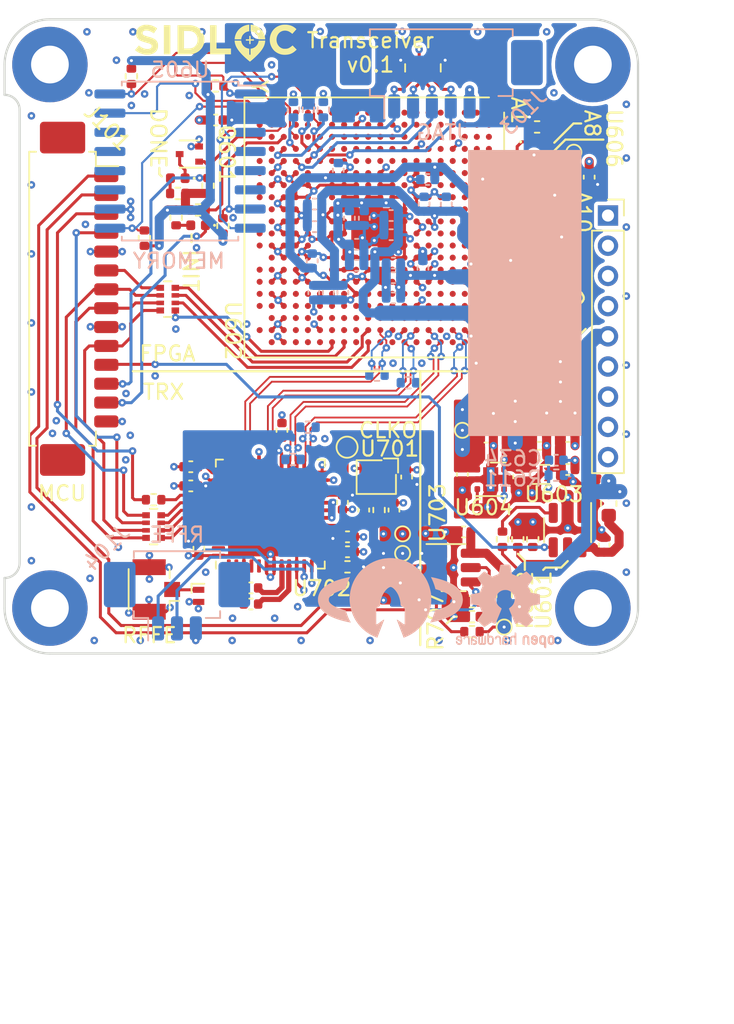
<source format=kicad_pcb>
(kicad_pcb (version 20211014) (generator pcbnew)

  (general
    (thickness 1.5954)
  )

  (paper "A4")
  (layers
    (0 "F.Cu" mixed)
    (1 "In1.Cu" power)
    (2 "In2.Cu" power)
    (31 "B.Cu" mixed)
    (32 "B.Adhes" user "B.Adhesive")
    (33 "F.Adhes" user "F.Adhesive")
    (34 "B.Paste" user)
    (35 "F.Paste" user)
    (36 "B.SilkS" user "B.Silkscreen")
    (37 "F.SilkS" user "F.Silkscreen")
    (38 "B.Mask" user)
    (39 "F.Mask" user)
    (41 "Cmts.User" user "User.Comments")
    (42 "Eco1.User" user "User.Eco1")
    (43 "Eco2.User" user "User.Eco2")
    (44 "Edge.Cuts" user)
    (45 "Margin" user)
    (46 "B.CrtYd" user "B.Courtyard")
    (47 "F.CrtYd" user "F.Courtyard")
    (48 "B.Fab" user)
    (49 "F.Fab" user)
  )

  (setup
    (stackup
      (layer "F.SilkS" (type "Top Silk Screen") (color "White"))
      (layer "F.Paste" (type "Top Solder Paste"))
      (layer "F.Mask" (type "Top Solder Mask") (color "Purple") (thickness 0.0127) (material "JLCPCB") (epsilon_r 3.8) (loss_tangent 0))
      (layer "F.Cu" (type "copper") (thickness 0.035))
      (layer "dielectric 1" (type "prepreg") (thickness 0.1) (material "JLC2313") (epsilon_r 4.05) (loss_tangent 0))
      (layer "In1.Cu" (type "copper") (thickness 0.0175))
      (layer "dielectric 2" (type "core") (thickness 1.265) (material "Core") (epsilon_r 4.6) (loss_tangent 0))
      (layer "In2.Cu" (type "copper") (thickness 0.0175))
      (layer "dielectric 3" (type "prepreg") (thickness 0.1) (material "JLC2313") (epsilon_r 4.05) (loss_tangent 0))
      (layer "B.Cu" (type "copper") (thickness 0.035))
      (layer "B.Mask" (type "Bottom Solder Mask") (color "Purple") (thickness 0.0127) (material "JLCPCB") (epsilon_r 3.8) (loss_tangent 0))
      (layer "B.Paste" (type "Bottom Solder Paste"))
      (layer "B.SilkS" (type "Bottom Silk Screen") (color "White"))
      (copper_finish "HAL SnPb")
      (dielectric_constraints no)
    )
    (pad_to_mask_clearance 0.05)
    (grid_origin 171.1452 89.472)
    (pcbplotparams
      (layerselection 0x00010fc_ffffffff)
      (disableapertmacros true)
      (usegerberextensions true)
      (usegerberattributes true)
      (usegerberadvancedattributes false)
      (creategerberjobfile false)
      (svguseinch false)
      (svgprecision 6)
      (excludeedgelayer true)
      (plotframeref false)
      (viasonmask false)
      (mode 1)
      (useauxorigin false)
      (hpglpennumber 1)
      (hpglpenspeed 20)
      (hpglpendiameter 15.000000)
      (dxfpolygonmode true)
      (dxfimperialunits true)
      (dxfusepcbnewfont true)
      (psnegative false)
      (psa4output false)
      (plotreference true)
      (plotvalue true)
      (plotinvisibletext false)
      (sketchpadsonfab false)
      (subtractmaskfromsilk false)
      (outputformat 1)
      (mirror false)
      (drillshape 0)
      (scaleselection 1)
      (outputdirectory "gerber/")
    )
  )

  (net 0 "")
  (net 1 "GND")
  (net 2 "3V3")
  (net 3 "unconnected-(PQ101-Pad1)")
  (net 4 "unconnected-(PQ101-Pad2)")
  (net 5 "unconnected-(PQ101-Pad3)")
  (net 6 "unconnected-(PQ101-Pad6)")
  (net 7 "unconnected-(PQ101-Pad7)")
  (net 8 "unconnected-(PQ101-Pad8)")
  (net 9 "Net-(C601-Pad1)")
  (net 10 "/fpga/FPGA_2V5")
  (net 11 "/fpga/FPGA_3V3")
  (net 12 "/fpga/FPGA_1V1")
  (net 13 "Net-(C701-Pad1)")
  (net 14 "Net-(C701-Pad2)")
  (net 15 "/transceiver/TRX_3V3")
  (net 16 "Net-(C704-Pad2)")
  (net 17 "Net-(C710-Pad1)")
  (net 18 "Net-(C711-Pad1)")
  (net 19 "/transceiver/RF09P")
  (net 20 "/transceiver/RF09CAP_P")
  (net 21 "/transceiver/RF09N")
  (net 22 "/transceiver/RF09CAP_N")
  (net 23 "/FPGA_INIT")
  (net 24 "/TRX_EN")
  (net 25 "/TRX_RST")
  (net 26 "/TRX_IRQ")
  (net 27 "/TRX_CS")
  (net 28 "/FPGA_CS")
  (net 29 "/SPI_SCK")
  (net 30 "/SPI_MISO")
  (net 31 "/SPI_MOSI")
  (net 32 "/FPGA_EN")
  (net 33 "/FPGA_DONE")
  (net 34 "/transceiver/RFIO")
  (net 35 "/JTDO")
  (net 36 "/JTCK")
  (net 37 "/JTMS")
  (net 38 "/JTDI")
  (net 39 "/fpga/FPGA_1V1_PG")
  (net 40 "Net-(NT701-Pad1)")
  (net 41 "Net-(R602-Pad2)")
  (net 42 "/fpga/FPGA_3V3_FAULT")
  (net 43 "/fpga/RXCLOCKP")
  (net 44 "/fpga/RXCLOCKN")
  (net 45 "/fpga/RXDATAP")
  (net 46 "/fpga/RXDATAN")
  (net 47 "Net-(D601-Pad2)")
  (net 48 "Net-(D602-Pad2)")
  (net 49 "Net-(R616-Pad2)")
  (net 50 "Net-(R617-Pad2)")
  (net 51 "Net-(R618-Pad2)")
  (net 52 "Net-(R619-Pad1)")
  (net 53 "/fpga/~{CFG_CS}")
  (net 54 "/fpga/CFG_IO2")
  (net 55 "/fpga/CFG_IO3")
  (net 56 "/fpga/TXCLOCKN")
  (net 57 "/fpga/TXCLOCKP")
  (net 58 "/fpga/TXDATAN")
  (net 59 "/fpga/TXDATAP")
  (net 60 "Net-(R704-Pad2)")
  (net 61 "/transceiver/TRX_FAULT")
  (net 62 "Net-(R707-Pad2)")
  (net 63 "Net-(RN701-Pad5)")
  (net 64 "Net-(RN701-Pad6)")
  (net 65 "Net-(RN701-Pad7)")
  (net 66 "Net-(RN701-Pad8)")
  (net 67 "/transceiver/FEB09")
  (net 68 "/transceiver/FEA09")
  (net 69 "unconnected-(U602-PadB6)")
  (net 70 "unconnected-(U602-PadB8)")
  (net 71 "unconnected-(U602-PadB9)")
  (net 72 "unconnected-(U602-PadB10)")
  (net 73 "/fpga/FPGA_CLK_IN")
  (net 74 "unconnected-(U602-PadC6)")
  (net 75 "unconnected-(U602-PadC7)")
  (net 76 "unconnected-(U602-PadC8)")
  (net 77 "unconnected-(U602-PadC9)")
  (net 78 "unconnected-(U602-PadC10)")
  (net 79 "unconnected-(U602-PadC11)")
  (net 80 "unconnected-(U602-PadC18)")
  (net 81 "unconnected-(U602-PadD6)")
  (net 82 "unconnected-(U602-PadD7)")
  (net 83 "unconnected-(U602-PadD8)")
  (net 84 "unconnected-(U602-PadD9)")
  (net 85 "unconnected-(U602-PadD10)")
  (net 86 "unconnected-(U602-PadD17)")
  (net 87 "unconnected-(U602-PadD18)")
  (net 88 "unconnected-(U602-PadD20)")
  (net 89 "unconnected-(U602-PadE6)")
  (net 90 "unconnected-(U602-PadE7)")
  (net 91 "unconnected-(U602-PadE8)")
  (net 92 "unconnected-(U602-PadE9)")
  (net 93 "unconnected-(U602-PadE10)")
  (net 94 "unconnected-(U602-PadE16)")
  (net 95 "unconnected-(U602-PadE17)")
  (net 96 "unconnected-(U602-PadE18)")
  (net 97 "unconnected-(U602-PadE19)")
  (net 98 "unconnected-(U602-PadF16)")
  (net 99 "unconnected-(U602-PadF17)")
  (net 100 "unconnected-(U602-PadF18)")
  (net 101 "unconnected-(U602-PadF20)")
  (net 102 "unconnected-(U602-PadG16)")
  (net 103 "unconnected-(U602-PadG18)")
  (net 104 "unconnected-(U602-PadG20)")
  (net 105 "unconnected-(U602-PadH16)")
  (net 106 "unconnected-(U602-PadH17)")
  (net 107 "unconnected-(U602-PadH18)")
  (net 108 "unconnected-(U602-PadJ16)")
  (net 109 "unconnected-(U602-PadJ17)")
  (net 110 "unconnected-(U602-PadJ18)")
  (net 111 "unconnected-(U602-PadJ20)")
  (net 112 "unconnected-(U602-PadK16)")
  (net 113 "unconnected-(U602-PadK17)")
  (net 114 "unconnected-(U602-PadK18)")
  (net 115 "unconnected-(U602-PadK20)")
  (net 116 "unconnected-(U602-PadR1)")
  (net 117 "unconnected-(U602-PadR3)")
  (net 118 "unconnected-(U602-PadT1)")
  (net 119 "unconnected-(U602-PadT2)")
  (net 120 "unconnected-(U602-PadT3)")
  (net 121 "unconnected-(U602-PadU1)")
  (net 122 "unconnected-(U602-PadU2)")
  (net 123 "/fpga/CFG_CLK")
  (net 124 "unconnected-(U602-PadV1)")
  (net 125 "/fpga/CFG_IO1")
  (net 126 "/fpga/CFG_IO0")
  (net 127 "unconnected-(U602-PadW3)")
  (net 128 "unconnected-(U602-PadW4)")
  (net 129 "unconnected-(U602-PadW5)")
  (net 130 "unconnected-(U602-PadW8)")
  (net 131 "unconnected-(U602-PadW9)")
  (net 132 "unconnected-(U602-PadW10)")
  (net 133 "unconnected-(U602-PadW11)")
  (net 134 "unconnected-(U602-PadW13)")
  (net 135 "unconnected-(U602-PadW14)")
  (net 136 "unconnected-(U602-PadW17)")
  (net 137 "unconnected-(U602-PadW18)")
  (net 138 "unconnected-(U602-PadW20)")
  (net 139 "unconnected-(U602-PadY5)")
  (net 140 "unconnected-(U602-PadY6)")
  (net 141 "unconnected-(U602-PadY7)")
  (net 142 "unconnected-(U602-PadY8)")
  (net 143 "unconnected-(U602-PadY11)")
  (net 144 "unconnected-(U602-PadY12)")
  (net 145 "unconnected-(U602-PadY14)")
  (net 146 "unconnected-(U602-PadY15)")
  (net 147 "unconnected-(U602-PadY16)")
  (net 148 "unconnected-(U602-PadY17)")
  (net 149 "unconnected-(U602-PadY19)")
  (net 150 "unconnected-(U605-Pad3)")
  (net 151 "unconnected-(U605-Pad4)")
  (net 152 "unconnected-(U605-Pad5)")
  (net 153 "unconnected-(U605-Pad6)")
  (net 154 "unconnected-(U605-Pad11)")
  (net 155 "unconnected-(U605-Pad12)")
  (net 156 "unconnected-(U605-Pad13)")
  (net 157 "unconnected-(U605-Pad14)")
  (net 158 "unconnected-(U702-Pad1)")
  (net 159 "unconnected-(U702-Pad2)")
  (net 160 "unconnected-(U702-Pad4)")
  (net 161 "unconnected-(U702-Pad5)")
  (net 162 "/transceiver/CLKO")
  (net 163 "/fpga/IO1")
  (net 164 "/fpga/IO0")
  (net 165 "unconnected-(U702-Pad35)")
  (net 166 "unconnected-(U702-Pad36)")
  (net 167 "unconnected-(U702-Pad47)")
  (net 168 "Net-(D602-Pad1)")
  (net 169 "unconnected-(H103-Pad1)")
  (net 170 "unconnected-(H101-Pad1)")
  (net 171 "unconnected-(H102-Pad1)")
  (net 172 "unconnected-(H104-Pad1)")
  (net 173 "unconnected-(U602-PadA6)")
  (net 174 "unconnected-(U602-PadA7)")
  (net 175 "/fpga/FPGA_IO2")
  (net 176 "unconnected-(U602-PadA9)")
  (net 177 "unconnected-(U602-PadL16)")
  (net 178 "unconnected-(U602-PadL17)")
  (net 179 "unconnected-(U602-PadM20)")
  (net 180 "unconnected-(U602-PadL18)")
  (net 181 "unconnected-(U602-PadM17)")
  (net 182 "unconnected-(U602-PadM18)")
  (net 183 "unconnected-(U602-PadM19)")
  (net 184 "unconnected-(U602-PadN16)")
  (net 185 "unconnected-(U602-PadN17)")
  (net 186 "unconnected-(U602-PadN18)")
  (net 187 "unconnected-(U602-PadN19)")
  (net 188 "unconnected-(U602-PadP16)")
  (net 189 "unconnected-(U602-PadP17)")
  (net 190 "unconnected-(U602-PadP18)")
  (net 191 "unconnected-(U602-PadP19)")
  (net 192 "unconnected-(U602-PadR16)")
  (net 193 "unconnected-(U602-PadR17)")
  (net 194 "unconnected-(U602-PadR18)")
  (net 195 "unconnected-(U602-PadR20)")
  (net 196 "unconnected-(U602-PadT16)")
  (net 197 "unconnected-(U602-PadT17)")
  (net 198 "unconnected-(U602-PadT18)")
  (net 199 "unconnected-(U602-PadT19)")
  (net 200 "unconnected-(U602-PadT20)")
  (net 201 "unconnected-(U602-PadU16)")
  (net 202 "unconnected-(U602-PadU17)")
  (net 203 "unconnected-(U602-PadU18)")
  (net 204 "unconnected-(U602-PadU19)")
  (net 205 "unconnected-(U602-PadU20)")
  (net 206 "Net-(D603-Pad2)")
  (net 207 "/fpga/FPGA_MOSI")
  (net 208 "/fpga/FPGA_MISO")
  (net 209 "/fpga/FPGA_CLK")
  (net 210 "/fpga/FPGA_CS")
  (net 211 "Net-(C634-Pad1)")

  (footprint "MountingHole:MountingHole_2.5mm_Pad" (layer "F.Cu") (at 170.1452 79.472))

  (footprint "MountingHole:MountingHole_2.5mm_Pad" (layer "F.Cu") (at 134.1452 79.472))

  (footprint "Connector_PinSocket_2.00mm:PinSocket_1x09_P2.00mm_Vertical" (layer "F.Cu") (at 171.1452 89.472))

  (footprint "Resistor_SMD:R_0402_1005Metric" (layer "F.Cu") (at 142.5119 89.6093 90))

  (footprint "Resistor_SMD:R_0402_1005Metric" (layer "F.Cu") (at 145.1356 80.8868))

  (footprint "Capacitor_SMD:C_0402_1005Metric" (layer "F.Cu") (at 170.8912 111.2906 90))

  (footprint "Resistor_SMD:R_0402_1005Metric" (layer "F.Cu") (at 162.1282 116.0404))

  (footprint "Package_TO_SOT_SMD:SOT-23-6" (layer "F.Cu") (at 168.468 110.3055 -90))

  (footprint "lsf-kicad-lib:TestPoint_D0.8mm_Mask-Only" (layer "F.Cu") (at 164.2618 116.7262))

  (footprint "Inductor_SMD:L_0603_1608Metric" (layer "F.Cu") (at 164.2618 114.5927 90))

  (footprint "Capacitor_SMD:C_0402_1005Metric" (layer "F.Cu") (at 163.0654 104.148))

  (footprint "Package_BGA:Lattice_caBGA-381_17.0x17.0mm_Layout20x20_P0.8mm_Ball0.4mm_Pad0.4mm_NSMD" (layer "F.Cu") (at 155.6512 90.2594 -90))

  (footprint "Capacitor_SMD:C_0402_1005Metric" (layer "F.Cu") (at 163.0654 103.1574))

  (footprint "Resistor_SMD:R_0402_1005Metric" (layer "F.Cu") (at 164.1526 110.9151 -90))

  (footprint "Capacitor_SMD:C_0402_1005Metric" (layer "F.Cu") (at 154.9512 108.9766 90))

  (footprint "Connector_Molex:Molex_PicoBlade_53261-1471_1x14-1MP_P1.25mm_Horizontal" (layer "F.Cu") (at 135.4836 94.9838 -90))

  (footprint "lsf-kicad-lib:TestPoint_D0.8mm_Mask-Only" (layer "F.Cu") (at 161.4932 103.696))

  (footprint "Capacitor_SMD:C_0402_1005Metric" (layer "F.Cu") (at 161.4932 106.617 90))

  (footprint "Capacitor_SMD:C_0402_1005Metric" (layer "F.Cu") (at 153.8762 111.7418))

  (footprint "Inductor_SMD:L_0603_1608Metric" (layer "F.Cu") (at 171.196 108.5474 -90))

  (footprint "LED_SMD:LED_0402_1005Metric" (layer "F.Cu") (at 166.4462 84.5952))

  (footprint "lsf-kicad-lib:sidloc-logo-11x3" (layer "F.Cu") (at 145.1356 78.042))

  (footprint "Resistor_SMD:R_0402_1005Metric" (layer "F.Cu") (at 143.9692 89.1013))

  (footprint "Resistor_SMD:R_0402_1005Metric" (layer "F.Cu") (at 142.623 88.0087))

  (footprint "Connector_Coaxial:U.FL_Hirose_U.FL-R-SMT-1_Vertical" (layer "F.Cu") (at 141.1986 114.237 180))

  (footprint "lsf-kicad-lib:TestPoint_D0.8mm_Mask-Only" (layer "F.Cu") (at 164.9984 103.1118))

  (footprint "Package_DFN_QFN:QFN-48-1EP_7x7mm_P0.5mm_EP5.6x5.6mm" (layer "F.Cu")
    (tedit 5DC5F6A5) (tstamp 4f1ffdd6-1cf4-44d6-b761-e3e1aa4fb9b7)
    (at 148.7566 109.2444 90)
    (descr "QFN, 48 Pin (http://www.st.com/resource/en/datasheet/stm32f042k6.pdf#page=94), generated with kicad-footprint-generator ipc_noLead_generator.py")
    (tags "QFN NoLead")
    (property "Mnf." "Microchip")
    (property "PartNumber" "AT86RF215M")
    (property "Sheetfile" "sidloc-schematic/transceiver.kicad_sch")
    (property "Sheetname" "transceiver")
    (path "/7e10c94a-7591-4892-9351-18ebe562ea30/e17292b9-af59-4b7a-b9f7-adfce246933a")
    (attr smd)
    (fp_text reference "U702" (at -4.9164 3.4148 unlocked) (layer "F.SilkS")
      (effects (font (size 1 1) (thickness 0.15)))
      (tstamp 42bfb220-d2d7-4368-b169-8d098342f992)
    )
    (fp_text value "AT86RF215M" (at 0 4.82 90) (layer "F.Fab")
      (effects (font (size 1 1) (thickness 0.15)))
      (tstamp bbe25420-564f-40ca-9e31-f11405ee7897)
    )
    (fp_text user "${REFERENCE}" (at 0 0 90) (layer "F.Fab")
      (effects (font (size 1 1) (thickness 0.15)))
      (tstamp 18cdaae1-7751-4a1c-bfb4-8cb949c500ec)
    )
    (fp_line (start 3.135 3.61) (end 3.61 3.61) (layer "F.SilkS") (width 0.12) (tstamp 1408dadd-588a-431b-851d-1aa41fc8f6e8))
    (fp_line (start 3.61 -3.61) (end 3.61 -3.135) (layer "F.SilkS") (width 0.12) (tstamp 18aa95b8-98fa-4b5d-88af-01035b2a41b4))
    (fp_line (start -3.135 3.61) (end -3.61 3.61) (layer "F.SilkS") (width 0.12) (tstamp 352771f4-16d1-4c61-995b-b7e75a738800))
    (fp_line (start -3.61 3.61) (end -3.61 3.135) (layer "F.SilkS") (width 0.12) (tstamp 763567e5-b6fb-4bf1-9925-edba0615d38e))
    (fp_line (start 3.135 -3.61) (end 3.61 -3.61) (layer "F.SilkS") (width 0.12) (tstamp 9031e190-d810-4018-ab9c-9c13429a20b4))
    (fp_line (start 3.61 3.61) (end 3.61 3.135) (layer "F.SilkS") (width 0.12) (tstamp 97fc7ba2-9cbf-4f9a-8ece-2f1962c22059))
    (fp_line (start -3.135 -3.61) (end -3.61 -3.61) (layer "F.SilkS") (width 0.12) (tstamp d86cf2a3-34ee-4ca4-b702-7c002285876a))
    (fp_line (start 4.12 -4.12) (end -4.12 -4.12) (layer "F.CrtYd") (width 0.05) (tstamp 0a7ff25e-7388-466f-8084-69e2525983e2))
    (fp_line (start -4.12 -4.12) (end -4.12 4.12) (layer "F.CrtYd") (width 0.05) (tstamp 61a9bd79-933a-493e-90e1-80af34d6ab2b))
    (fp_line (start 4.12 4.12) (end 4.12 -4.12) (layer "F.CrtYd") (width 0.05) (tstamp be595991-1832-49e6-aea0-dda809cae1fc))
    (fp_line (start -4.12 4.12) (end 4.12 4.12) (layer "F.CrtYd") (width 0.05) (tstamp e6e9089c-291d-4832-b7c7-406e44e4d251))
    (fp_line (start -3.5 3.5) (end -3.5 -2.5) (layer "F.Fab") (width 0.1) (tstamp 0078798e-51ee-408f-a4b3-3b8b9d0f547c))
    (fp_line (start -2.5 -3.5) (end 3.5 -3.5) (layer "F.Fab") (width 0.1) (tstamp 539ac12e-e2a7-41ab-8116-a2f71d9e5381))
    (fp_line (start 3.5 3.5) (end -3.5 3.5) (layer "F.Fab") (width 0.1) (tstamp a36124b5-e1a4-460f-a336-2615a77d7b77))
    (fp_line (start 3.5 -3.5) (end 3.5 3.5) (layer "F.Fab") (width 0.1) (tstamp e2349dac-47f3-4657-9fa1-3394f716994e))
    (fp_line (start -3.5 -2.5) (end -2.5 -3.5) (layer "F.Fab") (width 0.1) (tstamp edb5293e-fef4-4a28-abec-8d44a423a6cf))
    (pad "" smd roundrect (at -2.1 0.7 90) (size 1.13 1.13) (layers "F.Paste") (roundrect_rratio 0.2212389381) (tstamp 12ce1dcd-ef97-4626-84a5-8b9c70139ece))
    (pad "" smd roundrect (at 0.7 0.7 90) (size 1.13 1.13) (layers "F.Paste") (roundrect_rratio 0.2212389381) (tstamp 29221cac-772b-4ed1-b629-66f265d42b25))
    (pad "" smd roundrect (at -2.1 -0.7 90) (size 1.13 1.13) (layers "F.Paste") (roundrect_rratio 0.2212389381) (tstamp 39162e34-78ea-474a-9c38-95810f19a56c))
    (pad "" smd roundrect (at 2.1 0.7 90) (size 1.13 1.13) (layers "F.Paste") (roundrect_rratio 0.2212389381) (tstamp 3a69013e-eb7c-4fb3-acd3-98c92cfbea09))
    (pad "" smd roundrect (at 2.1 -0.7 90) (size 1.13 1.13) (layers "F.Paste") (roundrect_rratio 0.2212389381) (tstamp 3aac6352-d4dc-4255-a777-a3dfbe214848))
    (pad "" smd roundrect (at -2.1 2.1 90) (size 1.13 1.13) (layers "F.Paste") (roundrect_rratio 0.2212389381) (tstamp 5302931d-2c61-4fb7-bb6d-3b70add1e639))
    (pad "" smd roundrect (at 2.1 2.1 90) (size 1.13 1.13) (layers "F.Paste") (roundrect_rratio 0.2212389381) (tstamp 55f3c4fc-f5b7-4460-b97d-889a255a519f))
    (pad "" smd roundrect (at 2.1 -2.1 90) (size 1.13 1.13) (layers "F.Paste") (roundrect_rratio 0.2212389381) (tstamp 68a01604-6f7c-4031-a93f-c09852597e85))
    (pad "" smd roundrect (at -0.7 -2.1 90) (size 1.13 1.13) (layers "F.Paste") (roundrect_rratio 0.2212389381) (tstamp 72ad3f4c-cadd-42e7-af10-550ca539828e))
    (pad "" smd roundrect (at -2.1 -2.1 90) (size 1.13 1.13) (layers "F.Paste") (roundrect_rratio 0.2212389381) (tstamp 7872c98e-495e-4c6d-9d1a-ded2c3694f28))
    (pad "" smd roundrect (at -0.7 -0.7 90) (size 1.13 1.13) (layers "F.Paste") (roundrect_rratio 0.2212389381) (tstamp b402b60c-ffab-4a5b-8290-364301f0a705))
    (pad "" smd roundrect (at -0.7 2.1 90) (size 1.13 1.13) (layers "F.Paste") (roundrect_rratio 0.2212389381) (tstamp b5acc38e-e111-4f72-8d9c-6b1bbb91e21d))
    (pad "" smd roundrect (at 0.7 -0.7 90) (size 1.13 1.13) (layers "F.Paste") (roundrect_rratio 0.2212389381) (tstamp dd194b64-3745-490d-a3fa-e45e8737d1f9))
    (pad "" smd roundrect (at -0.7 0.7 90) (size 1.13 1.13) (layers "F.Paste") (roundrect_rratio 0.2212389381) (tstamp edbb1515-c0c4-4f30-981b-ed49434b6af7))
    (pad "" smd roundrect (at 0.7 2.1 90) (size 1.13 1.13) (layers "F.Paste") (roundrect_rratio 0.2212389381) (tstamp fa96f04e-008e-4034-8755-f4bf3063ad16))
    (pad "" smd roundrect (at 0.7 -2.1 90) (size 1.13 1.13) (layers "F.Paste") (roundrect_rratio 0.2212389381) (tstamp fba519e8-95d7-4d23-be4c-1c016d3daa66))
    (pad "1" smd roundrect (at -3.4375 -2.75 90) (size 0.875 0.25) (layers "F.Cu" "F.Paste" "F.Mask") (roundrect_rratio 0.25)
      (net 158 "unconnected-(U702-Pad1)") (pinfunction "FEA24") (pintype "no_connect") (tstamp b8d336c3-ae8a-4993-8b42-e1663056b861))
    (pad "2" smd roundrect (at -3.4375 -2.25 90) (size 0.875 0.25) (layers "F.Cu" "F.Paste" "F.Mask") (roundrect_rratio 0.25)
      (net 159 "unconnected-(U702-Pad2)") (pinfunction "FEB24") (pintype "no_connect") (tstamp e8bb182b-c28f-4af8-a563-98c1554dde33))
    (pad "3" smd roundrect (at -3.4375 -1.75 90) (size 0.875 0.25) (layers "F.Cu" "F.Paste" "F.Mask") (roundrect_rratio 0.25)
      (net 1 "GND") (pinfunction "AVSS") (pintype "power_in") (tstamp b7ef7c2d-e209-45ba-9014-0752a701ae41))
    (p
... [1207448 chars truncated]
</source>
